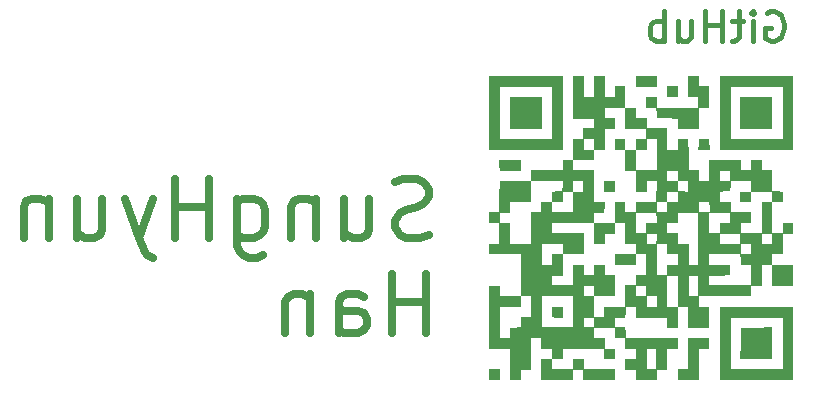
<source format=gbr>
%TF.GenerationSoftware,KiCad,Pcbnew,(6.0.5)*%
%TF.CreationDate,2024-01-23T17:13:34+09:00*%
%TF.ProjectId,ESP32_S2DevelopBoard,45535033-325f-4533-9244-6576656c6f70,rev?*%
%TF.SameCoordinates,Original*%
%TF.FileFunction,Legend,Bot*%
%TF.FilePolarity,Positive*%
%FSLAX46Y46*%
G04 Gerber Fmt 4.6, Leading zero omitted, Abs format (unit mm)*
G04 Created by KiCad (PCBNEW (6.0.5)) date 2024-01-23 17:13:34*
%MOMM*%
%LPD*%
G01*
G04 APERTURE LIST*
%ADD10C,0.400000*%
%ADD11C,0.700000*%
G04 APERTURE END LIST*
D10*
X185626190Y-96750000D02*
X185864285Y-96630952D01*
X186221428Y-96630952D01*
X186578571Y-96750000D01*
X186816666Y-96988095D01*
X186935714Y-97226190D01*
X187054761Y-97702380D01*
X187054761Y-98059523D01*
X186935714Y-98535714D01*
X186816666Y-98773809D01*
X186578571Y-99011904D01*
X186221428Y-99130952D01*
X185983333Y-99130952D01*
X185626190Y-99011904D01*
X185507142Y-98892857D01*
X185507142Y-98059523D01*
X185983333Y-98059523D01*
X184435714Y-99130952D02*
X184435714Y-97464285D01*
X184435714Y-96630952D02*
X184554761Y-96750000D01*
X184435714Y-96869047D01*
X184316666Y-96750000D01*
X184435714Y-96630952D01*
X184435714Y-96869047D01*
X183602380Y-97464285D02*
X182650000Y-97464285D01*
X183245238Y-96630952D02*
X183245238Y-98773809D01*
X183126190Y-99011904D01*
X182888095Y-99130952D01*
X182650000Y-99130952D01*
X181816666Y-99130952D02*
X181816666Y-96630952D01*
X181816666Y-97821428D02*
X180388095Y-97821428D01*
X180388095Y-99130952D02*
X180388095Y-96630952D01*
X178126190Y-97464285D02*
X178126190Y-99130952D01*
X179197619Y-97464285D02*
X179197619Y-98773809D01*
X179078571Y-99011904D01*
X178840476Y-99130952D01*
X178483333Y-99130952D01*
X178245238Y-99011904D01*
X178126190Y-98892857D01*
X176935714Y-99130952D02*
X176935714Y-96630952D01*
X176935714Y-97583333D02*
X176697619Y-97464285D01*
X176221428Y-97464285D01*
X175983333Y-97583333D01*
X175864285Y-97702380D01*
X175745238Y-97940476D01*
X175745238Y-98654761D01*
X175864285Y-98892857D01*
X175983333Y-99011904D01*
X176221428Y-99130952D01*
X176697619Y-99130952D01*
X176935714Y-99011904D01*
D11*
X156992619Y-115598809D02*
X156278333Y-115836904D01*
X155087857Y-115836904D01*
X154611666Y-115598809D01*
X154373571Y-115360714D01*
X154135476Y-114884523D01*
X154135476Y-114408333D01*
X154373571Y-113932142D01*
X154611666Y-113694047D01*
X155087857Y-113455952D01*
X156040238Y-113217857D01*
X156516428Y-112979761D01*
X156754523Y-112741666D01*
X156992619Y-112265476D01*
X156992619Y-111789285D01*
X156754523Y-111313095D01*
X156516428Y-111075000D01*
X156040238Y-110836904D01*
X154849761Y-110836904D01*
X154135476Y-111075000D01*
X149849761Y-112503571D02*
X149849761Y-115836904D01*
X151992619Y-112503571D02*
X151992619Y-115122619D01*
X151754523Y-115598809D01*
X151278333Y-115836904D01*
X150564047Y-115836904D01*
X150087857Y-115598809D01*
X149849761Y-115360714D01*
X147468809Y-112503571D02*
X147468809Y-115836904D01*
X147468809Y-112979761D02*
X147230714Y-112741666D01*
X146754523Y-112503571D01*
X146040238Y-112503571D01*
X145564047Y-112741666D01*
X145325952Y-113217857D01*
X145325952Y-115836904D01*
X140802142Y-112503571D02*
X140802142Y-116551190D01*
X141040238Y-117027380D01*
X141278333Y-117265476D01*
X141754523Y-117503571D01*
X142468809Y-117503571D01*
X142945000Y-117265476D01*
X140802142Y-115598809D02*
X141278333Y-115836904D01*
X142230714Y-115836904D01*
X142706904Y-115598809D01*
X142945000Y-115360714D01*
X143183095Y-114884523D01*
X143183095Y-113455952D01*
X142945000Y-112979761D01*
X142706904Y-112741666D01*
X142230714Y-112503571D01*
X141278333Y-112503571D01*
X140802142Y-112741666D01*
X138421190Y-115836904D02*
X138421190Y-110836904D01*
X138421190Y-113217857D02*
X135564047Y-113217857D01*
X135564047Y-115836904D02*
X135564047Y-110836904D01*
X133659285Y-112503571D02*
X132468809Y-115836904D01*
X131278333Y-112503571D02*
X132468809Y-115836904D01*
X132945000Y-117027380D01*
X133183095Y-117265476D01*
X133659285Y-117503571D01*
X127230714Y-112503571D02*
X127230714Y-115836904D01*
X129373571Y-112503571D02*
X129373571Y-115122619D01*
X129135476Y-115598809D01*
X128659285Y-115836904D01*
X127945000Y-115836904D01*
X127468809Y-115598809D01*
X127230714Y-115360714D01*
X124849761Y-112503571D02*
X124849761Y-115836904D01*
X124849761Y-112979761D02*
X124611666Y-112741666D01*
X124135476Y-112503571D01*
X123421190Y-112503571D01*
X122945000Y-112741666D01*
X122706904Y-113217857D01*
X122706904Y-115836904D01*
X156754523Y-123886904D02*
X156754523Y-118886904D01*
X156754523Y-121267857D02*
X153897380Y-121267857D01*
X153897380Y-123886904D02*
X153897380Y-118886904D01*
X149373571Y-123886904D02*
X149373571Y-121267857D01*
X149611666Y-120791666D01*
X150087857Y-120553571D01*
X151040238Y-120553571D01*
X151516428Y-120791666D01*
X149373571Y-123648809D02*
X149849761Y-123886904D01*
X151040238Y-123886904D01*
X151516428Y-123648809D01*
X151754523Y-123172619D01*
X151754523Y-122696428D01*
X151516428Y-122220238D01*
X151040238Y-121982142D01*
X149849761Y-121982142D01*
X149373571Y-121744047D01*
X146992619Y-120553571D02*
X146992619Y-123886904D01*
X146992619Y-121029761D02*
X146754523Y-120791666D01*
X146278333Y-120553571D01*
X145564047Y-120553571D01*
X145087857Y-120791666D01*
X144849761Y-121267857D01*
X144849761Y-123886904D01*
%TO.C,REF\u002A\u002A*%
G36*
X162108925Y-108348922D02*
G01*
X162108925Y-107418319D01*
X163039529Y-107418319D01*
X167418839Y-107418319D01*
X167418839Y-103039009D01*
X163039529Y-103039009D01*
X163039529Y-107418319D01*
X162108925Y-107418319D01*
X162108925Y-102108405D01*
X168349442Y-102108405D01*
X168349442Y-108348922D01*
X162108925Y-108348922D01*
G37*
G36*
X180780163Y-108348922D02*
G01*
X179840704Y-108348922D01*
X179856603Y-107897306D01*
X179872503Y-107445690D01*
X180748365Y-107445690D01*
X180780163Y-108348922D01*
G37*
G36*
X168349442Y-122586109D02*
G01*
X167897826Y-122570210D01*
X167446210Y-122554310D01*
X167430310Y-122102694D01*
X167414411Y-121651078D01*
X168349442Y-121651078D01*
X168349442Y-122586109D01*
G37*
G36*
X176341684Y-103039009D02*
G01*
X174535218Y-103039009D01*
X174535218Y-102108405D01*
X176341684Y-102108405D01*
X176341684Y-103039009D01*
G37*
G36*
X186085649Y-126085129D02*
G01*
X183401375Y-126085129D01*
X183416034Y-124757651D01*
X183430692Y-123430172D01*
X184758171Y-123415514D01*
X186085649Y-123400855D01*
X186085649Y-126085129D01*
G37*
G36*
X178093408Y-103914871D02*
G01*
X177217546Y-103914871D01*
X177217546Y-102984267D01*
X178093408Y-102984267D01*
X178093408Y-103914871D01*
G37*
G36*
X163039529Y-127891595D02*
G01*
X162108925Y-127891595D01*
X162108925Y-126960991D01*
X163039529Y-126960991D01*
X163039529Y-127891595D01*
G37*
G36*
X173659356Y-108348922D02*
G01*
X172783494Y-108348922D01*
X172783494Y-107418319D01*
X173659356Y-107418319D01*
X173659356Y-108348922D01*
G37*
G36*
X180775735Y-125209267D02*
G01*
X179899873Y-125209267D01*
X179899873Y-127891595D01*
X178093408Y-127891595D01*
X178093408Y-126960991D01*
X178969270Y-126960991D01*
X178969270Y-124333405D01*
X180775735Y-124333405D01*
X180775735Y-125209267D01*
G37*
G36*
X164791253Y-110158100D02*
G01*
X163901705Y-110143059D01*
X163012158Y-110128017D01*
X162996259Y-109676401D01*
X162980359Y-109224785D01*
X164791253Y-109224785D01*
X164791253Y-110158100D01*
G37*
G36*
X171912060Y-112782974D02*
G01*
X171896161Y-113234591D01*
X171881225Y-113658836D01*
X171880261Y-113686207D01*
X171031588Y-113686207D01*
X171031679Y-114110453D01*
X171031770Y-114534698D01*
X172783494Y-114534698D01*
X172783494Y-112782974D01*
X173659356Y-112782974D01*
X173659356Y-113658836D01*
X174535218Y-113658836D01*
X176341684Y-113658836D01*
X177217546Y-113658836D01*
X179899873Y-113658836D01*
X180775735Y-113658836D01*
X180775735Y-115410560D01*
X181651598Y-115410560D01*
X181651598Y-114534698D01*
X182527460Y-114534698D01*
X182527502Y-114110453D01*
X182527545Y-113686207D01*
X180803106Y-113686207D01*
X180787207Y-113234591D01*
X180771308Y-112782974D01*
X179899873Y-112782974D01*
X179899873Y-113658836D01*
X177217546Y-113658836D01*
X177217546Y-112782974D01*
X178093408Y-112782974D01*
X178093408Y-111907112D01*
X177217546Y-111907112D01*
X177217546Y-112782974D01*
X176341684Y-112782974D01*
X176341684Y-113658836D01*
X174535218Y-113658836D01*
X174535218Y-112782974D01*
X176281715Y-112782974D01*
X176314310Y-111031250D01*
X178088803Y-111031250D01*
X178104791Y-111455496D01*
X178120779Y-111879741D01*
X178545024Y-111895729D01*
X178969270Y-111911717D01*
X178969270Y-111031250D01*
X178088803Y-111031250D01*
X176314310Y-111031250D01*
X176314313Y-111031098D01*
X175890067Y-111031174D01*
X175465822Y-111031250D01*
X175465822Y-111907112D01*
X174535218Y-111907112D01*
X174535218Y-110976509D01*
X177217546Y-110976509D01*
X178093408Y-110976509D01*
X178093408Y-110155388D01*
X177217546Y-110155388D01*
X177217546Y-110976509D01*
X174535218Y-110976509D01*
X174535218Y-110155388D01*
X173659356Y-110155388D01*
X173659356Y-110100647D01*
X174589960Y-110100647D01*
X176314313Y-110100647D01*
X176314313Y-107473060D01*
X175465822Y-107473060D01*
X175465822Y-108348922D01*
X174589960Y-108348922D01*
X174589960Y-110100647D01*
X173659356Y-110100647D01*
X173659356Y-108348922D01*
X174530790Y-108348922D01*
X174546690Y-107897306D01*
X174562589Y-107445690D01*
X174986835Y-107429702D01*
X175411080Y-107413714D01*
X175411080Y-106597198D01*
X173659356Y-106597198D01*
X173659356Y-104790733D01*
X174589960Y-104790733D01*
X174589960Y-105666595D01*
X175465822Y-105666595D01*
X175465822Y-106542457D01*
X177217546Y-106542457D01*
X177217546Y-108348922D01*
X178088980Y-108348922D01*
X178104879Y-107897306D01*
X178120779Y-107445690D01*
X178996641Y-107445690D01*
X179011299Y-108773168D01*
X179025958Y-110100647D01*
X179899873Y-110100647D01*
X179899873Y-110976509D01*
X180775735Y-110976509D01*
X181651598Y-110976509D01*
X182527460Y-110976509D01*
X182527460Y-110155388D01*
X181651598Y-110155388D01*
X181651598Y-110976509D01*
X180775735Y-110976509D01*
X180775735Y-109224785D01*
X183458063Y-109224785D01*
X183458063Y-110100647D01*
X184279184Y-110100647D01*
X184279184Y-109224785D01*
X185209787Y-109224785D01*
X185209787Y-110100647D01*
X186082937Y-110100647D01*
X186097748Y-110976509D01*
X186097979Y-110990194D01*
X186098671Y-111031098D01*
X186113020Y-111879741D01*
X186564636Y-111895641D01*
X187016253Y-111911540D01*
X187016253Y-112782974D01*
X186085649Y-112782974D01*
X186085649Y-111907112D01*
X184333925Y-111907112D01*
X184333925Y-112782974D01*
X183403322Y-112782974D01*
X183403322Y-111907112D01*
X184279184Y-111907112D01*
X184279184Y-111031250D01*
X182586806Y-111031250D01*
X182570818Y-111455496D01*
X182554830Y-111879741D01*
X182103214Y-111895641D01*
X181651598Y-111911540D01*
X181651598Y-112782974D01*
X182582201Y-112782974D01*
X182582201Y-113658836D01*
X184333925Y-113658836D01*
X184333925Y-114589440D01*
X183458063Y-114589440D01*
X183458063Y-115410560D01*
X185209787Y-115410560D01*
X185209787Y-112782974D01*
X186085649Y-112782974D01*
X186085649Y-115410560D01*
X186961511Y-115410560D01*
X186961511Y-114534698D01*
X187892115Y-114534698D01*
X187892115Y-115465302D01*
X187016253Y-115465302D01*
X187016253Y-117217026D01*
X186085649Y-117217026D01*
X186085649Y-118092888D01*
X187892115Y-118092888D01*
X187892115Y-119899354D01*
X186085649Y-119899354D01*
X186085649Y-118147629D01*
X185209787Y-118147629D01*
X185209787Y-119899354D01*
X184333925Y-119899354D01*
X184333925Y-120775216D01*
X179899873Y-120775216D01*
X179899873Y-121651078D01*
X180775735Y-121651078D01*
X180775735Y-123457543D01*
X178969270Y-123457543D01*
X178969270Y-121646472D01*
X178847049Y-121651078D01*
X178545024Y-121662460D01*
X178120779Y-121678448D01*
X178105737Y-122567996D01*
X178090696Y-123457543D01*
X177217546Y-123457543D01*
X177217546Y-122581681D01*
X174535218Y-122581681D01*
X174535218Y-121651078D01*
X175465822Y-121651078D01*
X176314313Y-121651078D01*
X177217546Y-121651078D01*
X178093408Y-121651078D01*
X178093408Y-120775216D01*
X179024011Y-120775216D01*
X179845132Y-120775216D01*
X179845132Y-119844612D01*
X180775735Y-119844612D01*
X184279184Y-119844612D01*
X184279184Y-118152235D01*
X183430692Y-118120259D01*
X183414793Y-117668642D01*
X183398894Y-117217026D01*
X183458063Y-117217026D01*
X184279184Y-117217026D01*
X184279184Y-116341164D01*
X185209787Y-116341164D01*
X186085649Y-116341164D01*
X186085649Y-115465302D01*
X185209787Y-115465302D01*
X185209787Y-116341164D01*
X184279184Y-116341164D01*
X183458063Y-116341164D01*
X183458063Y-117217026D01*
X183398894Y-117217026D01*
X180775735Y-117217026D01*
X180775735Y-118090176D01*
X180936127Y-118092888D01*
X181665283Y-118105217D01*
X182554830Y-118120259D01*
X182554830Y-118996121D01*
X181665283Y-119011162D01*
X180775735Y-119026203D01*
X180775735Y-119844612D01*
X179845132Y-119844612D01*
X179845132Y-119023491D01*
X179024011Y-119023491D01*
X179024011Y-120775216D01*
X178093408Y-120775216D01*
X178093408Y-119023491D01*
X177217546Y-119023491D01*
X177217546Y-121651078D01*
X176314313Y-121651078D01*
X176314313Y-120775216D01*
X175465822Y-120775216D01*
X175465822Y-121651078D01*
X174535218Y-121651078D01*
X174535218Y-121646472D01*
X174110973Y-121662460D01*
X173686727Y-121678448D01*
X173670828Y-122130065D01*
X173654928Y-122581681D01*
X172783494Y-122581681D01*
X172783494Y-123402802D01*
X173654928Y-123402802D01*
X173670828Y-123854418D01*
X173686727Y-124306035D01*
X175890067Y-124320341D01*
X178093408Y-124334647D01*
X178093408Y-125209267D01*
X177217546Y-125209267D01*
X177217546Y-127015733D01*
X176341684Y-127015733D01*
X176341684Y-127891595D01*
X174535218Y-127891595D01*
X174535218Y-127015733D01*
X173659356Y-127015733D01*
X173659356Y-126960991D01*
X175465822Y-126960991D01*
X176286942Y-126960991D01*
X176286942Y-125209267D01*
X175465822Y-125209267D01*
X175465822Y-126960991D01*
X173659356Y-126960991D01*
X173659356Y-126085129D01*
X174535218Y-126085129D01*
X174535218Y-125209267D01*
X173659356Y-125209267D01*
X173659356Y-124333405D01*
X172783494Y-124333405D01*
X172783494Y-123457543D01*
X171031770Y-123457543D01*
X171031770Y-124333405D01*
X171907632Y-124333405D01*
X171907632Y-125209267D01*
X172783494Y-125209267D01*
X172783494Y-126085129D01*
X171852891Y-126085129D01*
X171852891Y-125209267D01*
X168349442Y-125209267D01*
X168349442Y-126085129D01*
X167473580Y-126085129D01*
X167473580Y-126960991D01*
X169225304Y-126960991D01*
X169225304Y-126080702D01*
X169676921Y-126096601D01*
X170128537Y-126112500D01*
X170144525Y-126536746D01*
X170160513Y-126960991D01*
X172783494Y-126960991D01*
X172783494Y-127891595D01*
X170101166Y-127891595D01*
X170101166Y-127015733D01*
X169225304Y-127015733D01*
X169225304Y-127891595D01*
X166542977Y-127891595D01*
X166542977Y-126085129D01*
X167418839Y-126085129D01*
X167418839Y-125209267D01*
X166542977Y-125209267D01*
X166542977Y-124333405D01*
X165667115Y-124333405D01*
X165667115Y-127015733D01*
X164791253Y-127015733D01*
X164791253Y-127896023D01*
X164350307Y-127880123D01*
X163909361Y-127864224D01*
X163898690Y-126550431D01*
X163888020Y-125236638D01*
X162997953Y-125221594D01*
X162107885Y-125206550D01*
X162112535Y-124333405D01*
X163039529Y-124333405D01*
X163446858Y-124333405D01*
X163476746Y-124333257D01*
X163673507Y-124324468D01*
X163820719Y-124304791D01*
X163888440Y-124277984D01*
X163889873Y-124275297D01*
X163904510Y-124189092D01*
X163911630Y-124028620D01*
X163909702Y-123826368D01*
X163896712Y-123430172D01*
X164343982Y-123414273D01*
X164666684Y-123402802D01*
X166597718Y-123402802D01*
X169225304Y-123402802D01*
X170155908Y-123402802D01*
X170977029Y-123402802D01*
X170977029Y-122581681D01*
X170155908Y-122581681D01*
X170155908Y-123402802D01*
X169225304Y-123402802D01*
X169225304Y-120775216D01*
X170155908Y-120775216D01*
X170977029Y-120775216D01*
X170977029Y-119899354D01*
X170155908Y-119899354D01*
X170155908Y-120775216D01*
X169225304Y-120775216D01*
X166597718Y-120775216D01*
X166597718Y-123402802D01*
X164666684Y-123402802D01*
X164791253Y-123398374D01*
X164791253Y-122526940D01*
X165667115Y-122526940D01*
X165667115Y-120775216D01*
X164791253Y-120775216D01*
X164791253Y-121651078D01*
X163039529Y-121651078D01*
X163039529Y-124333405D01*
X162112535Y-124333405D01*
X162122091Y-122539267D01*
X162136296Y-119871983D01*
X163012158Y-119871983D01*
X163028057Y-120323599D01*
X163043956Y-120775216D01*
X164791253Y-120775216D01*
X164791253Y-118092888D01*
X166597718Y-118092888D01*
X167418839Y-118092888D01*
X167418839Y-117217026D01*
X168349442Y-117217026D01*
X168349442Y-119023491D01*
X167473580Y-119023491D01*
X167473580Y-119844612D01*
X169225304Y-119844612D01*
X169225304Y-118088460D01*
X169676921Y-118104359D01*
X170128537Y-118120259D01*
X170144525Y-118544504D01*
X170160513Y-118968750D01*
X170977029Y-118968750D01*
X170977029Y-118092888D01*
X171907632Y-118092888D01*
X171907632Y-118968750D01*
X172783494Y-118968750D01*
X172783494Y-120775216D01*
X171031770Y-120775216D01*
X171031770Y-122526940D01*
X171852891Y-122526940D01*
X171852891Y-121651078D01*
X173659356Y-121651078D01*
X173659356Y-120775216D01*
X174589960Y-120775216D01*
X175411080Y-120775216D01*
X175411080Y-119899354D01*
X174589960Y-119899354D01*
X174589960Y-120775216D01*
X173659356Y-120775216D01*
X173659356Y-119844612D01*
X174535218Y-119844612D01*
X174535218Y-118968750D01*
X175411080Y-118968750D01*
X176341684Y-118968750D01*
X177217546Y-118968750D01*
X177217546Y-118092888D01*
X178093408Y-118092888D01*
X178093408Y-117217026D01*
X177217546Y-117217026D01*
X177217546Y-116341164D01*
X176341684Y-116341164D01*
X176341684Y-118968750D01*
X175411080Y-118968750D01*
X175411080Y-117217026D01*
X174594387Y-117217026D01*
X174578488Y-117668642D01*
X174562589Y-118120259D01*
X173673041Y-118135300D01*
X172783494Y-118150341D01*
X172783494Y-117217026D01*
X174535218Y-117217026D01*
X174535218Y-116341164D01*
X175465822Y-116341164D01*
X176278606Y-116341164D01*
X176296459Y-115903104D01*
X176314313Y-115465045D01*
X175890067Y-115465173D01*
X175465822Y-115465302D01*
X175465822Y-116341164D01*
X174535218Y-116341164D01*
X173659356Y-116341164D01*
X173659356Y-115410560D01*
X174589960Y-115410560D01*
X175411080Y-115410560D01*
X177217546Y-115410560D01*
X178088980Y-115410560D01*
X178090898Y-115465045D01*
X178104879Y-115862177D01*
X178120779Y-116313793D01*
X178572395Y-116329692D01*
X179024011Y-116345592D01*
X179024011Y-118092888D01*
X179845132Y-118092888D01*
X179845132Y-116341164D01*
X181651598Y-116341164D01*
X183403322Y-116341164D01*
X183403322Y-115465302D01*
X181651598Y-115465302D01*
X181651598Y-116341164D01*
X179845132Y-116341164D01*
X179845132Y-113718183D01*
X179420886Y-113702195D01*
X179151236Y-113696618D01*
X178833662Y-113697150D01*
X178545024Y-113703914D01*
X178093408Y-113721622D01*
X178093408Y-114589440D01*
X177217546Y-114589440D01*
X177217546Y-115410560D01*
X175411080Y-115410560D01*
X175411080Y-114534698D01*
X175862697Y-114534826D01*
X176314313Y-114534953D01*
X176296303Y-114124265D01*
X176278293Y-113713578D01*
X174589960Y-113713578D01*
X174589960Y-115410560D01*
X173659356Y-115410560D01*
X173659356Y-114589440D01*
X172783494Y-114589440D01*
X172783494Y-115465302D01*
X171907632Y-115465302D01*
X171907632Y-116341164D01*
X170977029Y-116341164D01*
X170977029Y-114589440D01*
X167473580Y-114589440D01*
X167473580Y-115408614D01*
X168801059Y-115423273D01*
X170128537Y-115437931D01*
X170143579Y-116327479D01*
X170158620Y-117217026D01*
X168349442Y-117217026D01*
X168349442Y-116341164D01*
X166597718Y-116341164D01*
X166597718Y-118092888D01*
X164791253Y-118092888D01*
X164791253Y-117217026D01*
X162108925Y-117217026D01*
X162108925Y-116341164D01*
X162984787Y-116341164D01*
X162984787Y-114589440D01*
X162108925Y-114589440D01*
X162108925Y-114534698D01*
X163039529Y-114534698D01*
X163915391Y-114534698D01*
X163915391Y-116341164D01*
X165667115Y-116341164D01*
X165667115Y-113658836D01*
X166542977Y-113658836D01*
X167473580Y-113658836D01*
X169225304Y-113658836D01*
X169225304Y-111907112D01*
X170101166Y-111907112D01*
X170101166Y-111031250D01*
X169225304Y-111031250D01*
X169225304Y-111907112D01*
X168349442Y-111907112D01*
X168349442Y-112782974D01*
X167473580Y-112782974D01*
X167473580Y-113658836D01*
X166542977Y-113658836D01*
X166542977Y-112782974D01*
X167418839Y-112782974D01*
X167418839Y-111911540D01*
X167870455Y-111895641D01*
X168322072Y-111879741D01*
X168338060Y-111455496D01*
X168354048Y-111031250D01*
X165667115Y-111031250D01*
X165667115Y-112782974D01*
X163919818Y-112782974D01*
X163903919Y-113234591D01*
X163888020Y-113686207D01*
X163463774Y-113702195D01*
X163039529Y-113718183D01*
X163039529Y-114534698D01*
X162108925Y-114534698D01*
X162108925Y-113658836D01*
X162982841Y-113658836D01*
X162997499Y-112331358D01*
X163012158Y-111003879D01*
X164339636Y-110989221D01*
X165667115Y-110974562D01*
X165667115Y-110100647D01*
X168349442Y-110100647D01*
X168349442Y-109224785D01*
X169225304Y-109224785D01*
X169225304Y-108348922D01*
X170155908Y-108348922D01*
X170977029Y-108348922D01*
X170977029Y-107473060D01*
X170155908Y-107473060D01*
X170155908Y-108348922D01*
X169225304Y-108348922D01*
X169225304Y-107418319D01*
X170101166Y-107418319D01*
X170101166Y-106542457D01*
X170977029Y-106542457D01*
X170977029Y-105721336D01*
X169225304Y-105721336D01*
X169225304Y-102103977D01*
X169676921Y-102119877D01*
X170128537Y-102135776D01*
X170143579Y-103025323D01*
X170158620Y-103914871D01*
X170977029Y-103914871D01*
X170977029Y-102108405D01*
X171907632Y-102108405D01*
X171907632Y-103914871D01*
X172783494Y-103914871D01*
X172783494Y-102984267D01*
X173659356Y-102984267D01*
X173659356Y-104790733D01*
X171907632Y-104790733D01*
X171907632Y-105666595D01*
X172783494Y-105666595D01*
X172783494Y-106597198D01*
X171907632Y-106597198D01*
X171907632Y-108348922D01*
X171031770Y-108348922D01*
X171031770Y-109224785D01*
X169225304Y-109224785D01*
X169225304Y-110100647D01*
X171031770Y-110100647D01*
X171031770Y-112782974D01*
X171912060Y-112782974D01*
G37*
G36*
X186085649Y-106597198D02*
G01*
X183403322Y-106597198D01*
X183403322Y-103914871D01*
X186085649Y-103914871D01*
X186085649Y-106597198D01*
G37*
G36*
X181651598Y-127891595D02*
G01*
X181651598Y-126960991D01*
X182582201Y-126960991D01*
X186961511Y-126960991D01*
X186961511Y-122581681D01*
X182582201Y-122581681D01*
X182582201Y-126960991D01*
X181651598Y-126960991D01*
X181651598Y-121651078D01*
X187892115Y-121651078D01*
X187892115Y-127891595D01*
X181651598Y-127891595D01*
G37*
G36*
X181651598Y-108348922D02*
G01*
X181651598Y-107418319D01*
X182582201Y-107418319D01*
X186961511Y-107418319D01*
X186961511Y-103039009D01*
X182582201Y-103039009D01*
X182582201Y-107418319D01*
X181651598Y-107418319D01*
X181651598Y-102108405D01*
X187892115Y-102108405D01*
X187892115Y-108348922D01*
X181651598Y-108348922D01*
G37*
G36*
X179899873Y-102984267D02*
G01*
X180775735Y-102984267D01*
X180775735Y-104790733D01*
X179899873Y-104790733D01*
X179899873Y-106597198D01*
X178093408Y-106597198D01*
X178093408Y-105724048D01*
X177203860Y-105709007D01*
X176314313Y-105693966D01*
X176298414Y-105242349D01*
X176282515Y-104790733D01*
X175411080Y-104790733D01*
X175411080Y-103914871D01*
X176341684Y-103914871D01*
X176341684Y-104790733D01*
X179845132Y-104790733D01*
X179845132Y-103914871D01*
X178969270Y-103914871D01*
X178969270Y-102108405D01*
X179899873Y-102108405D01*
X179899873Y-102984267D01*
G37*
G36*
X172783494Y-111907112D02*
G01*
X171848463Y-111907112D01*
X171864362Y-111455496D01*
X171880261Y-111003879D01*
X172331878Y-110987980D01*
X172783494Y-110972081D01*
X172783494Y-111907112D01*
G37*
G36*
X166597718Y-103914871D02*
G01*
X166597718Y-105219540D01*
X166597062Y-105463335D01*
X166593720Y-105808411D01*
X166587935Y-106106373D01*
X166580142Y-106341628D01*
X166570777Y-106498586D01*
X166560274Y-106561654D01*
X166530212Y-106568399D01*
X166403719Y-106576892D01*
X166193579Y-106583009D01*
X165915372Y-106586487D01*
X165584680Y-106587059D01*
X165217084Y-106584463D01*
X163911340Y-106569828D01*
X163899680Y-105242347D01*
X163888020Y-103914867D01*
X166597718Y-103914871D01*
G37*
%TD*%
M02*

</source>
